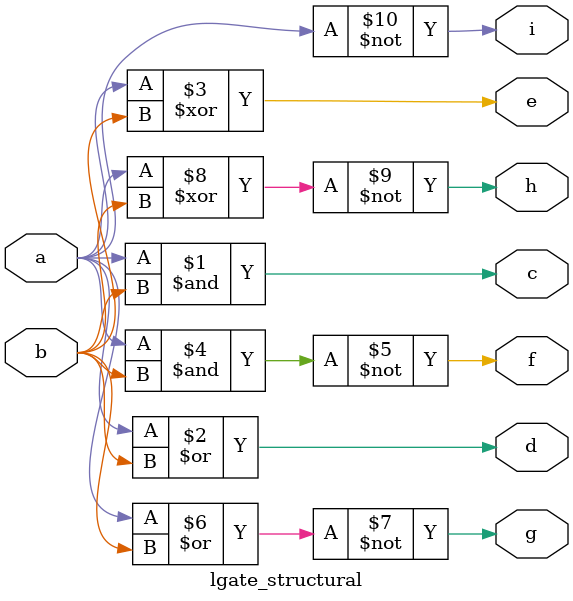
<source format=v>
`timescale 1ns / 1ps
module lgate_structural(
    input a,
    input b,
    output c,
    output d,
    output e,
    output f,
    output g,
    output h,
    output i
    );
	 
and(c, a, b); // and
or(d, a, b); // or
xor(e, a, b); // xor
nand(f, a, b); // nand
nor(g, a, b); // nor
xnor(h, a, b); // xnor
not(i, a); // not
endmodule

</source>
